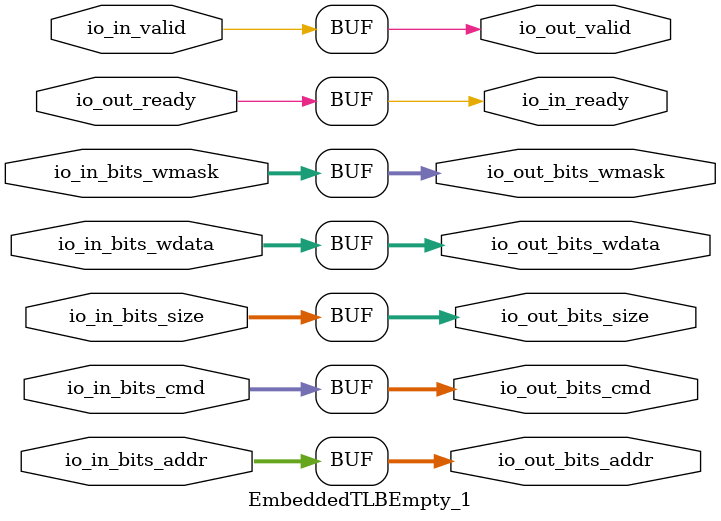
<source format=sv>
`ifndef RANDOMIZE
  `ifdef RANDOMIZE_MEM_INIT
    `define RANDOMIZE
  `endif // RANDOMIZE_MEM_INIT
`endif // not def RANDOMIZE
`ifndef RANDOMIZE
  `ifdef RANDOMIZE_REG_INIT
    `define RANDOMIZE
  `endif // RANDOMIZE_REG_INIT
`endif // not def RANDOMIZE

`ifndef RANDOM
  `define RANDOM $random
`endif // not def RANDOM

// Users can define INIT_RANDOM as general code that gets injected into the
// initializer block for modules with registers.
`ifndef INIT_RANDOM
  `define INIT_RANDOM
`endif // not def INIT_RANDOM

// If using random initialization, you can also define RANDOMIZE_DELAY to
// customize the delay used, otherwise 0.002 is used.
`ifndef RANDOMIZE_DELAY
  `define RANDOMIZE_DELAY 0.002
`endif // not def RANDOMIZE_DELAY

// Define INIT_RANDOM_PROLOG_ for use in our modules below.
`ifndef INIT_RANDOM_PROLOG_
  `ifdef RANDOMIZE
    `ifdef VERILATOR
      `define INIT_RANDOM_PROLOG_ `INIT_RANDOM
    `else  // VERILATOR
      `define INIT_RANDOM_PROLOG_ `INIT_RANDOM #`RANDOMIZE_DELAY begin end
    `endif // VERILATOR
  `else  // RANDOMIZE
    `define INIT_RANDOM_PROLOG_
  `endif // RANDOMIZE
`endif // not def INIT_RANDOM_PROLOG_

// Include register initializers in init blocks unless synthesis is set
`ifndef SYNTHESIS
  `ifndef ENABLE_INITIAL_REG_
    `define ENABLE_INITIAL_REG_
  `endif // not def ENABLE_INITIAL_REG_
`endif // not def SYNTHESIS

// Include rmemory initializers in init blocks unless synthesis is set
`ifndef SYNTHESIS
  `ifndef ENABLE_INITIAL_MEM_
    `define ENABLE_INITIAL_MEM_
  `endif // not def ENABLE_INITIAL_MEM_
`endif // not def SYNTHESIS

// Standard header to adapt well known macros for prints and assertions.

// Users can define 'PRINTF_COND' to add an extra gate to prints.
`ifndef PRINTF_COND_
  `ifdef PRINTF_COND
    `define PRINTF_COND_ (`PRINTF_COND)
  `else  // PRINTF_COND
    `define PRINTF_COND_ 1
  `endif // PRINTF_COND
`endif // not def PRINTF_COND_

// Users can define 'ASSERT_VERBOSE_COND' to add an extra gate to assert error printing.
`ifndef ASSERT_VERBOSE_COND_
  `ifdef ASSERT_VERBOSE_COND
    `define ASSERT_VERBOSE_COND_ (`ASSERT_VERBOSE_COND)
  `else  // ASSERT_VERBOSE_COND
    `define ASSERT_VERBOSE_COND_ 1
  `endif // ASSERT_VERBOSE_COND
`endif // not def ASSERT_VERBOSE_COND_

// Users can define 'STOP_COND' to add an extra gate to stop conditions.
`ifndef STOP_COND_
  `ifdef STOP_COND
    `define STOP_COND_ (`STOP_COND)
  `else  // STOP_COND
    `define STOP_COND_ 1
  `endif // STOP_COND
`endif // not def STOP_COND_

module EmbeddedTLBEmpty_1(	// src/main/scala/nutcore/mem/EmbeddedTLB.scala:404:7
  output        io_in_ready,	// src/main/scala/nutcore/mem/EmbeddedTLB.scala:405:14
  input         io_in_valid,	// src/main/scala/nutcore/mem/EmbeddedTLB.scala:405:14
  input  [31:0] io_in_bits_addr,	// src/main/scala/nutcore/mem/EmbeddedTLB.scala:405:14
  input  [2:0]  io_in_bits_size,	// src/main/scala/nutcore/mem/EmbeddedTLB.scala:405:14
  input  [3:0]  io_in_bits_cmd,	// src/main/scala/nutcore/mem/EmbeddedTLB.scala:405:14
  input  [7:0]  io_in_bits_wmask,	// src/main/scala/nutcore/mem/EmbeddedTLB.scala:405:14
  input  [63:0] io_in_bits_wdata,	// src/main/scala/nutcore/mem/EmbeddedTLB.scala:405:14
  input         io_out_ready,	// src/main/scala/nutcore/mem/EmbeddedTLB.scala:405:14
  output        io_out_valid,	// src/main/scala/nutcore/mem/EmbeddedTLB.scala:405:14
  output [31:0] io_out_bits_addr,	// src/main/scala/nutcore/mem/EmbeddedTLB.scala:405:14
  output [2:0]  io_out_bits_size,	// src/main/scala/nutcore/mem/EmbeddedTLB.scala:405:14
  output [3:0]  io_out_bits_cmd,	// src/main/scala/nutcore/mem/EmbeddedTLB.scala:405:14
  output [7:0]  io_out_bits_wmask,	// src/main/scala/nutcore/mem/EmbeddedTLB.scala:405:14
  output [63:0] io_out_bits_wdata	// src/main/scala/nutcore/mem/EmbeddedTLB.scala:405:14
);

  assign io_in_ready = io_out_ready;	// src/main/scala/nutcore/mem/EmbeddedTLB.scala:404:7
  assign io_out_valid = io_in_valid;	// src/main/scala/nutcore/mem/EmbeddedTLB.scala:404:7
  assign io_out_bits_addr = io_in_bits_addr;	// src/main/scala/nutcore/mem/EmbeddedTLB.scala:404:7
  assign io_out_bits_size = io_in_bits_size;	// src/main/scala/nutcore/mem/EmbeddedTLB.scala:404:7
  assign io_out_bits_cmd = io_in_bits_cmd;	// src/main/scala/nutcore/mem/EmbeddedTLB.scala:404:7
  assign io_out_bits_wmask = io_in_bits_wmask;	// src/main/scala/nutcore/mem/EmbeddedTLB.scala:404:7
  assign io_out_bits_wdata = io_in_bits_wdata;	// src/main/scala/nutcore/mem/EmbeddedTLB.scala:404:7
endmodule


</source>
